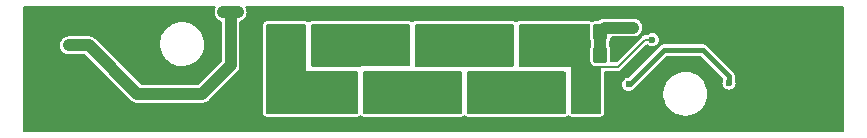
<source format=gbr>
%TF.GenerationSoftware,KiCad,Pcbnew,(5.99.0-12650-g5c402a64ab)*%
%TF.CreationDate,2021-10-08T22:01:18+02:00*%
%TF.ProjectId,mini_light,6d696e69-5f6c-4696-9768-742e6b696361,v1.1*%
%TF.SameCoordinates,Original*%
%TF.FileFunction,Copper,L2,Bot*%
%TF.FilePolarity,Positive*%
%FSLAX46Y46*%
G04 Gerber Fmt 4.6, Leading zero omitted, Abs format (unit mm)*
G04 Created by KiCad (PCBNEW (5.99.0-12650-g5c402a64ab)) date 2021-10-08 22:01:18*
%MOMM*%
%LPD*%
G01*
G04 APERTURE LIST*
G04 Aperture macros list*
%AMRoundRect*
0 Rectangle with rounded corners*
0 $1 Rounding radius*
0 $2 $3 $4 $5 $6 $7 $8 $9 X,Y pos of 4 corners*
0 Add a 4 corners polygon primitive as box body*
4,1,4,$2,$3,$4,$5,$6,$7,$8,$9,$2,$3,0*
0 Add four circle primitives for the rounded corners*
1,1,$1+$1,$2,$3*
1,1,$1+$1,$4,$5*
1,1,$1+$1,$6,$7*
1,1,$1+$1,$8,$9*
0 Add four rect primitives between the rounded corners*
20,1,$1+$1,$2,$3,$4,$5,0*
20,1,$1+$1,$4,$5,$6,$7,0*
20,1,$1+$1,$6,$7,$8,$9,0*
20,1,$1+$1,$8,$9,$2,$3,0*%
G04 Aperture macros list end*
%TA.AperFunction,SMDPad,CuDef*%
%ADD10RoundRect,0.250000X-0.350000X-0.450000X0.350000X-0.450000X0.350000X0.450000X-0.350000X0.450000X0*%
%TD*%
%TA.AperFunction,SMDPad,CuDef*%
%ADD11R,1.650000X1.440000*%
%TD*%
%TA.AperFunction,SMDPad,CuDef*%
%ADD12R,2.060000X1.800000*%
%TD*%
%TA.AperFunction,SMDPad,CuDef*%
%ADD13R,0.790000X1.440000*%
%TD*%
%TA.AperFunction,SMDPad,CuDef*%
%ADD14R,0.600000X0.500000*%
%TD*%
%TA.AperFunction,SMDPad,CuDef*%
%ADD15R,0.990000X1.800000*%
%TD*%
%TA.AperFunction,ViaPad*%
%ADD16C,1.000000*%
%TD*%
%TA.AperFunction,ViaPad*%
%ADD17C,0.600000*%
%TD*%
%TA.AperFunction,Conductor*%
%ADD18C,1.000000*%
%TD*%
%TA.AperFunction,Conductor*%
%ADD19C,0.200000*%
%TD*%
%TA.AperFunction,Conductor*%
%ADD20C,0.450000*%
%TD*%
G04 APERTURE END LIST*
D10*
%TO.P,R2,1*%
%TO.N,Net-(D2-Pad2)*%
X132200000Y-96900000D03*
%TO.P,R2,2*%
%TO.N,+12V*%
X134200000Y-96900000D03*
%TD*%
%TO.P,R3,1*%
%TO.N,Net-(D2-Pad2)*%
X132200000Y-98800000D03*
%TO.P,R3,2*%
%TO.N,+12V*%
X134200000Y-98800000D03*
%TD*%
D11*
%TO.P,D2,1,K*%
%TO.N,Net-(D2-Pad1)*%
X130270000Y-102000000D03*
D12*
X130270000Y-102000000D03*
D13*
%TO.P,D2,2,A*%
%TO.N,Net-(D2-Pad2)*%
X132250000Y-102000000D03*
D14*
X132750000Y-102000000D03*
D15*
X132250000Y-102000000D03*
%TD*%
D11*
%TO.P,D3,1,K*%
%TO.N,Net-(D3-Pad1)*%
X121470000Y-102000000D03*
D12*
X121470000Y-102000000D03*
D14*
%TO.P,D3,2,A*%
%TO.N,Net-(D2-Pad1)*%
X123950000Y-102000000D03*
D13*
X123450000Y-102000000D03*
D15*
X123450000Y-102000000D03*
%TD*%
D12*
%TO.P,D7,1,K*%
%TO.N,Net-(D4-Pad1)*%
X108270000Y-98000000D03*
D11*
X108270000Y-98000000D03*
D15*
%TO.P,D7,2,A*%
%TO.N,Net-(D6-Pad1)*%
X110250000Y-98000000D03*
D13*
X110250000Y-98000000D03*
D14*
X110750000Y-98000000D03*
%TD*%
D11*
%TO.P,D5,1,K*%
%TO.N,Net-(D5-Pad1)*%
X125870000Y-98000000D03*
D12*
X125870000Y-98000000D03*
D13*
%TO.P,D5,2,A*%
%TO.N,Net-(D2-Pad2)*%
X127850000Y-98000000D03*
D15*
X127850000Y-98000000D03*
D14*
X128350000Y-98000000D03*
%TD*%
D11*
%TO.P,D6,1,K*%
%TO.N,Net-(D6-Pad1)*%
X117070000Y-98000000D03*
D12*
X117070000Y-98000000D03*
D14*
%TO.P,D6,2,A*%
%TO.N,Net-(D5-Pad1)*%
X119550000Y-98000000D03*
D15*
X119050000Y-98000000D03*
D13*
X119050000Y-98000000D03*
%TD*%
D12*
%TO.P,D4,1,K*%
%TO.N,Net-(D4-Pad1)*%
X112670000Y-102000000D03*
D11*
X112670000Y-102000000D03*
D14*
%TO.P,D4,2,A*%
%TO.N,Net-(D3-Pad1)*%
X115150000Y-102000000D03*
D13*
X114650000Y-102000000D03*
D15*
X114650000Y-102000000D03*
%TD*%
D16*
%TO.N,+12V*%
X135800000Y-96500000D03*
X137000000Y-96500000D03*
X102300000Y-95200000D03*
X103500000Y-95200000D03*
X89200000Y-98000000D03*
X90400000Y-98000000D03*
D17*
%TO.N,GND*%
X90155000Y-104651500D03*
X100315000Y-103381500D03*
X104125000Y-102111500D03*
X137145000Y-104651500D03*
X92695000Y-95761500D03*
X104125000Y-103381500D03*
X138415000Y-103381500D03*
X149845000Y-95761500D03*
X90155000Y-100841500D03*
X92695000Y-103381500D03*
X153655000Y-98301500D03*
X149845000Y-99571500D03*
X87615000Y-102111500D03*
X99045000Y-100841500D03*
X100400000Y-100400000D03*
X137145000Y-103381500D03*
X142225000Y-104651500D03*
X145000000Y-97300000D03*
X93965000Y-95761500D03*
X104125000Y-97031500D03*
X138415000Y-102111500D03*
X148575000Y-104651500D03*
X100315000Y-95761500D03*
X147305000Y-95761500D03*
X152385000Y-100841500D03*
X149845000Y-98301500D03*
X104125000Y-99571500D03*
X153655000Y-99571500D03*
X138400000Y-100800000D03*
X151115000Y-102111500D03*
X149845000Y-102111500D03*
X152385000Y-102111500D03*
X90155000Y-103381500D03*
X86345000Y-99571500D03*
X104125000Y-98301500D03*
X91425000Y-95761500D03*
X146035000Y-103381500D03*
X87615000Y-100841500D03*
X148575000Y-103381500D03*
X95235000Y-104651500D03*
X101585000Y-103381500D03*
X143495000Y-100841500D03*
X140900000Y-99600000D03*
X96505000Y-95761500D03*
X96505000Y-99571500D03*
X145000000Y-98900000D03*
X97775000Y-100841500D03*
X152385000Y-98301500D03*
X95235000Y-95761500D03*
X97775000Y-95761500D03*
X153655000Y-100841500D03*
X143495000Y-103381500D03*
X86345000Y-100841500D03*
X152385000Y-99571500D03*
X144765000Y-103381500D03*
X92695000Y-104651500D03*
X95300000Y-103400000D03*
X144765000Y-104651500D03*
X102855000Y-102111500D03*
X149845000Y-100841500D03*
X86345000Y-98301500D03*
X104125000Y-100841500D03*
X140955000Y-104651500D03*
X142200000Y-97600000D03*
X134100000Y-105000000D03*
X102855000Y-103381500D03*
X96505000Y-98301500D03*
X135875000Y-104651500D03*
X90155000Y-99571500D03*
X134900000Y-101800000D03*
X87615000Y-98301500D03*
X97100000Y-105000000D03*
X88885000Y-99571500D03*
X101585000Y-98301500D03*
X145600000Y-95000000D03*
X149845000Y-97031500D03*
X88885000Y-100841500D03*
X151115000Y-98301500D03*
X147305000Y-103381500D03*
X93965000Y-103381500D03*
X88885000Y-102111500D03*
X93965000Y-104651500D03*
X148575000Y-95761500D03*
X87615000Y-99571500D03*
X96505000Y-100841500D03*
X91425000Y-103381500D03*
X101585000Y-97031500D03*
X151115000Y-100841500D03*
X146035000Y-104651500D03*
X138307264Y-98358757D03*
X138415000Y-104651500D03*
X101300000Y-99500000D03*
X151115000Y-99571500D03*
X149845000Y-104651500D03*
X90155000Y-95761500D03*
X139600000Y-99600000D03*
X153655000Y-102111500D03*
X96505000Y-97031500D03*
X142225000Y-99571500D03*
X143495000Y-104651500D03*
X90155000Y-102111500D03*
X149845000Y-103381500D03*
X135600000Y-100600000D03*
X139685000Y-104651500D03*
X99045000Y-103381500D03*
X147305000Y-104651500D03*
X91425000Y-104651500D03*
X135300000Y-97700000D03*
X86345000Y-102111500D03*
%TO.N,Net-(D2-Pad1)*%
X124000000Y-101400000D03*
X125400000Y-102600000D03*
X128200000Y-102600000D03*
X131000000Y-101400000D03*
X126800000Y-101400000D03*
X131000000Y-102600000D03*
X125400000Y-101400000D03*
X130300000Y-102000000D03*
X128200000Y-101400000D03*
X129600000Y-102600000D03*
X124000000Y-102600000D03*
X129600000Y-101400000D03*
X126800000Y-102600000D03*
%TO.N,Net-(D3-Pad1)*%
X118000000Y-102600000D03*
X122200000Y-102600000D03*
X120800000Y-102600000D03*
X121500000Y-102000000D03*
X120800000Y-101400000D03*
X118000000Y-101400000D03*
X115200000Y-101400000D03*
X115200000Y-102600000D03*
X116600000Y-102600000D03*
X116600000Y-101400000D03*
X119400000Y-102600000D03*
X122200000Y-101400000D03*
X119400000Y-101400000D03*
%TO.N,Net-(D2-Pad2)*%
X138600000Y-97523415D03*
%TO.N,Net-(D5-Pad1)*%
X119600000Y-98600000D03*
X126600000Y-97400000D03*
X125900000Y-98000000D03*
X123800000Y-98600000D03*
X122400000Y-98600000D03*
X119600000Y-97400000D03*
X122400000Y-97400000D03*
X125200000Y-98600000D03*
X121000000Y-98600000D03*
X126600000Y-98600000D03*
X121000000Y-97400000D03*
X125200000Y-97400000D03*
X123800000Y-97400000D03*
%TO.N,Net-(D6-Pad1)*%
X117100000Y-98000000D03*
X110800000Y-97400000D03*
X110800000Y-98600000D03*
X116400000Y-98600000D03*
X117800000Y-97400000D03*
X115000000Y-98600000D03*
X112200000Y-97400000D03*
X112200000Y-98600000D03*
X113600000Y-97400000D03*
X113600000Y-98600000D03*
X117800000Y-98600000D03*
X115000000Y-97400000D03*
X116400000Y-97400000D03*
%TO.N,Ctrl*%
X136600000Y-101300000D03*
X145100000Y-101200000D03*
%TO.N,Net-(D4-Pad1)*%
X112000000Y-102600000D03*
X109000000Y-98600000D03*
X112000000Y-101400000D03*
X107800000Y-102600000D03*
X112700000Y-102000000D03*
X110600000Y-102600000D03*
X107600000Y-100000000D03*
X109200000Y-101400000D03*
X113400000Y-101400000D03*
X109200000Y-102600000D03*
X113400000Y-102600000D03*
X107600000Y-97400000D03*
X109000000Y-97400000D03*
X110600000Y-101400000D03*
X109000000Y-100000000D03*
X107800000Y-101400000D03*
X107600000Y-98600000D03*
X108300000Y-98000000D03*
%TD*%
D18*
%TO.N,+12V*%
X100500000Y-102100000D02*
X102900000Y-99700000D01*
X95000000Y-102100000D02*
X100500000Y-102100000D01*
X102300000Y-95200000D02*
X103500000Y-95200000D01*
X90900000Y-98000000D02*
X95000000Y-102100000D01*
X102900000Y-99700000D02*
X102900000Y-95200000D01*
X134200000Y-96900000D02*
X134600000Y-96500000D01*
X89200000Y-98000000D02*
X90900000Y-98000000D01*
X134600000Y-96500000D02*
X137000000Y-96500000D01*
X134200000Y-98800000D02*
X134200000Y-96900000D01*
D19*
%TO.N,Net-(D2-Pad2)*%
X133199520Y-99799520D02*
X132200000Y-98800000D01*
X135700480Y-99799520D02*
X133199520Y-99799520D01*
X138600000Y-97523415D02*
X137976585Y-97523415D01*
X137976585Y-97523415D02*
X135700480Y-99799520D01*
D20*
%TO.N,Ctrl*%
X136700000Y-101300000D02*
X139600000Y-98400000D01*
X145100000Y-100600000D02*
X145100000Y-101200000D01*
X136600000Y-101300000D02*
X136700000Y-101300000D01*
X142900000Y-98400000D02*
X145100000Y-100600000D01*
X139600000Y-98400000D02*
X142900000Y-98400000D01*
%TD*%
%TA.AperFunction,Conductor*%
%TO.N,GND*%
G36*
X101591234Y-94674002D02*
G01*
X101637727Y-94727658D01*
X101647831Y-94797932D01*
X101629024Y-94848256D01*
X101619909Y-94862400D01*
X101617499Y-94869021D01*
X101616626Y-94870780D01*
X101608230Y-94888725D01*
X101603368Y-94897096D01*
X101601245Y-94904104D01*
X101601245Y-94904105D01*
X101584979Y-94957811D01*
X101582796Y-94964365D01*
X101562015Y-95021463D01*
X101561132Y-95028454D01*
X101560710Y-95031794D01*
X101556296Y-95052516D01*
X101554491Y-95058475D01*
X101554490Y-95058479D01*
X101552370Y-95065480D01*
X101550585Y-95094264D01*
X101548678Y-95125004D01*
X101547928Y-95132980D01*
X101540800Y-95189399D01*
X101541488Y-95196414D01*
X101542194Y-95203619D01*
X101542553Y-95223715D01*
X101541929Y-95233767D01*
X101541929Y-95233773D01*
X101541476Y-95241080D01*
X101550931Y-95296108D01*
X101552147Y-95305127D01*
X101557318Y-95357862D01*
X101563052Y-95375098D01*
X101567671Y-95393524D01*
X101571271Y-95414477D01*
X101574134Y-95421206D01*
X101574135Y-95421209D01*
X101591636Y-95462338D01*
X101595251Y-95471893D01*
X101610748Y-95518479D01*
X101622161Y-95537323D01*
X101630319Y-95553250D01*
X101640156Y-95576368D01*
X101644495Y-95582264D01*
X101668713Y-95615173D01*
X101675007Y-95624583D01*
X101693453Y-95655040D01*
X101698435Y-95663267D01*
X101703326Y-95668332D01*
X101703327Y-95668333D01*
X101716418Y-95681889D01*
X101727262Y-95694733D01*
X101744437Y-95718071D01*
X101750021Y-95722815D01*
X101778236Y-95746786D01*
X101787292Y-95755282D01*
X101811127Y-95779964D01*
X101811131Y-95779967D01*
X101816021Y-95785031D01*
X101840923Y-95801326D01*
X101853505Y-95810731D01*
X101872941Y-95827243D01*
X101872945Y-95827246D01*
X101878520Y-95831982D01*
X101907549Y-95846805D01*
X101914601Y-95850406D01*
X101926293Y-95857191D01*
X101957660Y-95877717D01*
X101964260Y-95880171D01*
X101964261Y-95880172D01*
X101989172Y-95889436D01*
X102002556Y-95895318D01*
X102028687Y-95908662D01*
X102028693Y-95908664D01*
X102035212Y-95911993D01*
X102049449Y-95915477D01*
X102110861Y-95951094D01*
X102143270Y-96014262D01*
X102145500Y-96037865D01*
X102145500Y-99335286D01*
X102125498Y-99403407D01*
X102108595Y-99424381D01*
X100224381Y-101308595D01*
X100162069Y-101342621D01*
X100135286Y-101345500D01*
X95364714Y-101345500D01*
X95296593Y-101325498D01*
X95275619Y-101308595D01*
X91808624Y-97841600D01*
X96941680Y-97841600D01*
X96941855Y-97846052D01*
X96951792Y-98098948D01*
X96951991Y-98104022D01*
X96952791Y-98108402D01*
X96978360Y-98248403D01*
X96999174Y-98362373D01*
X97018313Y-98419740D01*
X97063534Y-98555282D01*
X97082289Y-98611499D01*
X97084282Y-98615487D01*
X97161484Y-98769992D01*
X97199677Y-98846429D01*
X97348995Y-99062474D01*
X97352011Y-99065736D01*
X97352016Y-99065743D01*
X97524249Y-99252063D01*
X97524254Y-99252067D01*
X97527265Y-99255325D01*
X97730929Y-99421134D01*
X97734747Y-99423433D01*
X97734749Y-99423434D01*
X97886827Y-99514992D01*
X97955924Y-99556592D01*
X98068947Y-99604451D01*
X98193663Y-99657262D01*
X98193666Y-99657263D01*
X98197761Y-99658997D01*
X98202053Y-99660135D01*
X98202056Y-99660136D01*
X98447317Y-99725166D01*
X98447321Y-99725167D01*
X98451614Y-99726305D01*
X98456023Y-99726827D01*
X98456029Y-99726828D01*
X98626509Y-99747005D01*
X98712418Y-99757173D01*
X98974970Y-99750986D01*
X99055543Y-99737575D01*
X99229640Y-99708597D01*
X99229644Y-99708596D01*
X99234030Y-99707866D01*
X99238271Y-99706525D01*
X99238274Y-99706524D01*
X99480185Y-99630018D01*
X99480187Y-99630017D01*
X99484431Y-99628675D01*
X99488442Y-99626749D01*
X99488447Y-99626747D01*
X99717156Y-99516922D01*
X99717157Y-99516921D01*
X99721175Y-99514992D01*
X99856783Y-99424381D01*
X99935831Y-99371563D01*
X99935835Y-99371560D01*
X99939539Y-99369085D01*
X99942856Y-99366114D01*
X99942860Y-99366111D01*
X100131849Y-99196839D01*
X100131850Y-99196838D01*
X100135167Y-99193867D01*
X100304154Y-98992832D01*
X100443130Y-98769992D01*
X100447943Y-98759107D01*
X100547522Y-98533861D01*
X100549320Y-98529794D01*
X100620607Y-98277030D01*
X100643682Y-98105236D01*
X100655141Y-98019924D01*
X100655142Y-98019916D01*
X100655568Y-98016742D01*
X100655891Y-98006458D01*
X100659136Y-97903222D01*
X100659136Y-97903217D01*
X100659237Y-97900000D01*
X100640689Y-97638031D01*
X100636372Y-97617977D01*
X100586350Y-97385636D01*
X100586350Y-97385634D01*
X100585414Y-97381289D01*
X100494515Y-97134897D01*
X100369806Y-96903771D01*
X100213775Y-96692522D01*
X100203268Y-96681848D01*
X100032666Y-96508547D01*
X100029535Y-96505366D01*
X99820764Y-96346036D01*
X99739263Y-96300393D01*
X99595516Y-96219891D01*
X99595515Y-96219891D01*
X99591625Y-96217712D01*
X99587466Y-96216103D01*
X99350846Y-96124561D01*
X99350840Y-96124559D01*
X99346691Y-96122954D01*
X99342359Y-96121950D01*
X99342356Y-96121949D01*
X99237747Y-96097702D01*
X99090849Y-96063653D01*
X98829204Y-96040992D01*
X98824769Y-96041236D01*
X98824765Y-96041236D01*
X98571419Y-96055179D01*
X98571412Y-96055180D01*
X98566976Y-96055424D01*
X98309397Y-96106659D01*
X98061608Y-96193677D01*
X98057657Y-96195730D01*
X98057651Y-96195732D01*
X97832501Y-96312688D01*
X97828551Y-96314740D01*
X97824936Y-96317323D01*
X97824930Y-96317327D01*
X97689866Y-96413846D01*
X97614878Y-96467433D01*
X97424851Y-96648710D01*
X97422095Y-96652206D01*
X97422094Y-96652207D01*
X97353047Y-96739793D01*
X97262261Y-96854954D01*
X97207804Y-96948709D01*
X97132588Y-97078202D01*
X97132585Y-97078208D01*
X97130354Y-97082049D01*
X97128684Y-97086172D01*
X97033563Y-97321016D01*
X97031761Y-97325464D01*
X97030690Y-97329777D01*
X97030688Y-97329782D01*
X97001345Y-97447911D01*
X96968448Y-97580343D01*
X96941680Y-97841600D01*
X91808624Y-97841600D01*
X91480724Y-97513700D01*
X91468337Y-97499287D01*
X91459904Y-97487828D01*
X91455563Y-97481929D01*
X91415521Y-97447911D01*
X91408005Y-97440981D01*
X91402362Y-97435338D01*
X91380202Y-97417806D01*
X91376816Y-97415030D01*
X91356484Y-97397756D01*
X91321480Y-97368018D01*
X91314960Y-97364689D01*
X91309982Y-97361369D01*
X91304909Y-97358236D01*
X91299167Y-97353693D01*
X91233383Y-97322947D01*
X91229433Y-97321016D01*
X91171307Y-97291336D01*
X91164788Y-97288007D01*
X91157678Y-97286267D01*
X91152058Y-97284177D01*
X91146407Y-97282297D01*
X91139778Y-97279199D01*
X91132614Y-97277709D01*
X91132611Y-97277708D01*
X91075770Y-97265886D01*
X91068686Y-97264413D01*
X91064427Y-97263449D01*
X90993892Y-97246189D01*
X90988295Y-97245842D01*
X90988290Y-97245841D01*
X90982786Y-97245500D01*
X90982788Y-97245466D01*
X90978729Y-97245223D01*
X90974695Y-97244863D01*
X90967527Y-97243372D01*
X90952708Y-97243773D01*
X90890585Y-97245454D01*
X90887177Y-97245500D01*
X90452667Y-97245500D01*
X90437748Y-97244614D01*
X90427332Y-97243372D01*
X90405301Y-97240745D01*
X90398298Y-97241481D01*
X90398297Y-97241481D01*
X90366623Y-97244810D01*
X90353453Y-97245500D01*
X89252667Y-97245500D01*
X89237748Y-97244614D01*
X89227332Y-97243372D01*
X89205301Y-97240745D01*
X89198298Y-97241481D01*
X89198295Y-97241481D01*
X89163537Y-97245134D01*
X89159054Y-97245500D01*
X89155947Y-97245500D01*
X89152301Y-97245925D01*
X89152302Y-97245925D01*
X89119079Y-97249798D01*
X89117659Y-97249956D01*
X89043959Y-97257702D01*
X89043958Y-97257702D01*
X89036957Y-97258438D01*
X89033092Y-97259753D01*
X89032512Y-97259890D01*
X89025246Y-97260738D01*
X88951635Y-97287458D01*
X88949252Y-97288295D01*
X88876717Y-97312988D01*
X88871772Y-97316030D01*
X88868517Y-97317383D01*
X88866742Y-97318272D01*
X88859866Y-97320768D01*
X88797940Y-97361369D01*
X88797395Y-97361726D01*
X88794332Y-97363671D01*
X88738545Y-97397991D01*
X88738538Y-97397996D01*
X88732544Y-97401684D01*
X88727515Y-97406608D01*
X88724206Y-97409194D01*
X88720451Y-97411884D01*
X88718849Y-97413223D01*
X88712732Y-97417234D01*
X88707699Y-97422546D01*
X88707700Y-97422546D01*
X88663902Y-97468780D01*
X88660587Y-97472150D01*
X88618158Y-97513700D01*
X88611605Y-97520117D01*
X88607787Y-97526042D01*
X88603337Y-97531498D01*
X88603123Y-97531323D01*
X88600418Y-97534770D01*
X88596771Y-97539646D01*
X88591736Y-97544960D01*
X88588059Y-97551290D01*
X88588057Y-97551293D01*
X88557976Y-97603081D01*
X88554935Y-97608050D01*
X88519909Y-97662400D01*
X88517499Y-97669021D01*
X88516626Y-97670780D01*
X88508230Y-97688725D01*
X88503368Y-97697096D01*
X88501245Y-97704104D01*
X88501245Y-97704105D01*
X88484979Y-97757811D01*
X88482796Y-97764365D01*
X88462015Y-97821463D01*
X88461132Y-97828454D01*
X88460710Y-97831794D01*
X88456296Y-97852516D01*
X88454491Y-97858475D01*
X88454490Y-97858479D01*
X88452370Y-97865480D01*
X88448829Y-97922575D01*
X88448678Y-97925004D01*
X88447928Y-97932980D01*
X88440800Y-97989399D01*
X88441488Y-97996414D01*
X88442194Y-98003619D01*
X88442553Y-98023715D01*
X88441929Y-98033767D01*
X88441929Y-98033773D01*
X88441476Y-98041080D01*
X88450931Y-98096108D01*
X88452147Y-98105127D01*
X88457318Y-98157862D01*
X88463052Y-98175098D01*
X88467671Y-98193524D01*
X88471271Y-98214477D01*
X88474134Y-98221206D01*
X88474135Y-98221209D01*
X88491636Y-98262338D01*
X88495251Y-98271893D01*
X88510748Y-98318479D01*
X88522161Y-98337323D01*
X88530319Y-98353250D01*
X88540156Y-98376368D01*
X88544495Y-98382264D01*
X88568713Y-98415173D01*
X88575007Y-98424583D01*
X88598435Y-98463267D01*
X88603326Y-98468332D01*
X88603327Y-98468333D01*
X88616418Y-98481889D01*
X88627262Y-98494733D01*
X88644437Y-98518071D01*
X88650021Y-98522815D01*
X88678236Y-98546786D01*
X88687292Y-98555282D01*
X88711127Y-98579964D01*
X88711131Y-98579967D01*
X88716021Y-98585031D01*
X88740923Y-98601326D01*
X88753505Y-98610731D01*
X88772941Y-98627243D01*
X88772945Y-98627246D01*
X88778520Y-98631982D01*
X88785034Y-98635308D01*
X88814601Y-98650406D01*
X88826293Y-98657191D01*
X88857660Y-98677717D01*
X88864260Y-98680171D01*
X88864261Y-98680172D01*
X88889172Y-98689436D01*
X88902556Y-98695318D01*
X88928687Y-98708662D01*
X88928693Y-98708664D01*
X88935212Y-98711993D01*
X88970842Y-98720711D01*
X88984791Y-98724996D01*
X89016315Y-98736720D01*
X89040859Y-98739995D01*
X89053472Y-98741678D01*
X89066754Y-98744182D01*
X89100651Y-98752476D01*
X89100655Y-98752477D01*
X89106108Y-98753811D01*
X89111705Y-98754158D01*
X89111710Y-98754159D01*
X89115275Y-98754380D01*
X89115284Y-98754380D01*
X89117214Y-98754500D01*
X89141204Y-98754500D01*
X89157868Y-98755607D01*
X89177118Y-98758176D01*
X89177122Y-98758176D01*
X89184099Y-98759107D01*
X89191110Y-98758469D01*
X89191114Y-98758469D01*
X89229020Y-98755019D01*
X89240439Y-98754500D01*
X90341204Y-98754500D01*
X90357868Y-98755607D01*
X90377118Y-98758176D01*
X90377122Y-98758176D01*
X90384099Y-98759107D01*
X90391110Y-98758469D01*
X90391114Y-98758469D01*
X90429020Y-98755019D01*
X90440439Y-98754500D01*
X90535285Y-98754500D01*
X90603406Y-98774502D01*
X90624380Y-98791405D01*
X94419279Y-102586304D01*
X94431666Y-102600716D01*
X94444437Y-102618071D01*
X94453369Y-102625659D01*
X94484472Y-102652083D01*
X94491988Y-102659013D01*
X94497638Y-102664663D01*
X94500507Y-102666933D01*
X94500515Y-102666940D01*
X94519786Y-102682186D01*
X94523186Y-102684973D01*
X94535819Y-102695705D01*
X94578520Y-102731982D01*
X94585036Y-102735309D01*
X94590004Y-102738622D01*
X94595090Y-102741763D01*
X94600833Y-102746307D01*
X94607467Y-102749407D01*
X94607466Y-102749407D01*
X94666617Y-102777053D01*
X94670567Y-102778984D01*
X94735212Y-102811993D01*
X94742322Y-102813733D01*
X94747934Y-102815820D01*
X94753591Y-102817702D01*
X94760222Y-102820801D01*
X94767387Y-102822291D01*
X94767389Y-102822292D01*
X94831328Y-102835591D01*
X94835612Y-102836561D01*
X94906108Y-102853811D01*
X94911710Y-102854159D01*
X94911713Y-102854159D01*
X94917214Y-102854500D01*
X94917212Y-102854534D01*
X94921250Y-102854777D01*
X94925311Y-102855139D01*
X94932473Y-102856629D01*
X95009452Y-102854546D01*
X95012860Y-102854500D01*
X100433235Y-102854500D01*
X100452185Y-102855933D01*
X100466255Y-102858074D01*
X100466259Y-102858074D01*
X100473489Y-102859174D01*
X100480780Y-102858581D01*
X100480783Y-102858581D01*
X100525848Y-102854915D01*
X100536063Y-102854500D01*
X100544053Y-102854500D01*
X100551302Y-102853655D01*
X100572113Y-102851229D01*
X100576487Y-102850796D01*
X100641549Y-102845504D01*
X100641552Y-102845503D01*
X100648847Y-102844910D01*
X100655809Y-102842655D01*
X100661677Y-102841482D01*
X100667484Y-102840110D01*
X100674754Y-102839262D01*
X100743060Y-102814468D01*
X100747163Y-102813060D01*
X100816222Y-102790688D01*
X100822479Y-102786891D01*
X100827926Y-102784398D01*
X100833254Y-102781730D01*
X100840134Y-102779232D01*
X100900849Y-102739426D01*
X100904559Y-102737085D01*
X100961838Y-102702327D01*
X100961840Y-102702325D01*
X100966633Y-102699417D01*
X100974974Y-102692051D01*
X100974996Y-102692076D01*
X100978041Y-102689376D01*
X100981146Y-102686780D01*
X100987268Y-102682766D01*
X101040216Y-102626873D01*
X101042593Y-102624432D01*
X103386304Y-100280721D01*
X103400717Y-100268334D01*
X103412172Y-100259904D01*
X103418071Y-100255563D01*
X103452083Y-100215528D01*
X103459013Y-100208012D01*
X103464663Y-100202362D01*
X103466933Y-100199493D01*
X103466940Y-100199485D01*
X103482186Y-100180214D01*
X103484973Y-100176814D01*
X103527247Y-100127054D01*
X103527248Y-100127052D01*
X103531982Y-100121480D01*
X103535309Y-100114964D01*
X103538622Y-100109996D01*
X103541763Y-100104910D01*
X103546307Y-100099167D01*
X103577053Y-100033383D01*
X103578984Y-100029433D01*
X103608664Y-99971307D01*
X103611993Y-99964788D01*
X103613733Y-99957678D01*
X103615820Y-99952066D01*
X103617702Y-99946409D01*
X103620801Y-99939778D01*
X103635592Y-99868667D01*
X103636562Y-99864383D01*
X103652476Y-99799346D01*
X103653811Y-99793892D01*
X103654500Y-99782786D01*
X103654534Y-99782788D01*
X103654777Y-99778750D01*
X103655139Y-99774689D01*
X103656629Y-99767527D01*
X103654546Y-99690548D01*
X103654500Y-99687140D01*
X103654500Y-96034922D01*
X103674502Y-95966801D01*
X103728158Y-95920308D01*
X103737509Y-95916483D01*
X103742906Y-95914524D01*
X103746961Y-95913130D01*
X103806960Y-95893635D01*
X103806963Y-95893634D01*
X103813659Y-95891458D01*
X103819708Y-95887852D01*
X103826123Y-95884942D01*
X103826307Y-95885348D01*
X103826766Y-95885130D01*
X103826706Y-95885009D01*
X103833259Y-95881728D01*
X103840134Y-95879232D01*
X103846251Y-95875221D01*
X103846258Y-95875218D01*
X103897630Y-95841537D01*
X103902196Y-95838681D01*
X103952995Y-95808398D01*
X103953000Y-95808394D01*
X103959056Y-95804784D01*
X103964163Y-95799920D01*
X103969765Y-95795668D01*
X103969787Y-95795697D01*
X103980465Y-95787226D01*
X103981151Y-95786777D01*
X103981154Y-95786774D01*
X103987268Y-95782766D01*
X103992296Y-95777458D01*
X103992300Y-95777455D01*
X104031943Y-95735606D01*
X104036524Y-95731013D01*
X104045133Y-95722815D01*
X104081638Y-95688052D01*
X104086543Y-95680669D01*
X104100014Y-95663749D01*
X104103228Y-95660356D01*
X104108264Y-95655040D01*
X104138984Y-95602152D01*
X104142990Y-95595711D01*
X104171414Y-95552930D01*
X104171418Y-95552923D01*
X104175311Y-95547063D01*
X104179833Y-95535159D01*
X104188665Y-95516621D01*
X104192955Y-95509235D01*
X104192956Y-95509233D01*
X104196632Y-95502904D01*
X104213265Y-95447985D01*
X104216051Y-95439815D01*
X104235420Y-95388824D01*
X104236400Y-95381854D01*
X104236401Y-95381848D01*
X104237731Y-95372380D01*
X104241912Y-95353397D01*
X104247630Y-95334520D01*
X104249453Y-95305135D01*
X104250945Y-95281093D01*
X104251929Y-95271361D01*
X104258426Y-95225126D01*
X104258978Y-95221200D01*
X104259274Y-95200000D01*
X104258373Y-95191967D01*
X104257829Y-95170118D01*
X104258524Y-95158920D01*
X104248039Y-95097901D01*
X104247004Y-95090608D01*
X104241191Y-95038783D01*
X104240406Y-95031784D01*
X104236469Y-95020479D01*
X104231284Y-95000393D01*
X104229968Y-94992734D01*
X104228729Y-94985523D01*
X104205972Y-94932042D01*
X104202927Y-94924158D01*
X104187056Y-94878584D01*
X104187054Y-94878580D01*
X104184738Y-94871929D01*
X104178784Y-94862400D01*
X104176349Y-94858502D01*
X104167265Y-94841072D01*
X104162271Y-94829336D01*
X104154004Y-94758822D01*
X104185171Y-94695032D01*
X104245878Y-94658219D01*
X104278211Y-94654000D01*
X154720000Y-94654000D01*
X154788121Y-94674002D01*
X154834614Y-94727658D01*
X154846000Y-94780000D01*
X154846000Y-105220000D01*
X154825998Y-105288121D01*
X154772342Y-105334614D01*
X154720000Y-105346000D01*
X85480000Y-105346000D01*
X85411879Y-105325998D01*
X85365386Y-105272342D01*
X85354000Y-105220000D01*
X85354000Y-103674000D01*
X105646000Y-103674000D01*
X105646360Y-103677347D01*
X105646360Y-103677351D01*
X105650407Y-103714992D01*
X105651804Y-103727990D01*
X105652522Y-103731290D01*
X105652522Y-103731291D01*
X105656567Y-103749884D01*
X105663190Y-103780332D01*
X105670384Y-103806555D01*
X105681882Y-103826747D01*
X105716362Y-103887298D01*
X105716365Y-103887302D01*
X105719425Y-103892676D01*
X105732587Y-103907866D01*
X105761604Y-103941353D01*
X105765918Y-103946332D01*
X105798502Y-103977773D01*
X105886319Y-104023709D01*
X105954440Y-104043711D01*
X105958899Y-104044352D01*
X105958903Y-104044353D01*
X105980639Y-104047478D01*
X106026000Y-104054000D01*
X113574000Y-104054000D01*
X113577347Y-104053640D01*
X113577351Y-104053640D01*
X113624626Y-104048558D01*
X113624633Y-104048557D01*
X113627990Y-104048196D01*
X113631291Y-104047478D01*
X113678678Y-104037170D01*
X113678685Y-104037168D01*
X113680332Y-104036810D01*
X113706555Y-104029616D01*
X113747320Y-104006403D01*
X113787298Y-103983638D01*
X113787302Y-103983635D01*
X113792676Y-103980575D01*
X113797351Y-103976524D01*
X113797354Y-103976522D01*
X113815566Y-103960741D01*
X113880147Y-103931248D01*
X113950421Y-103941353D01*
X113985568Y-103965293D01*
X113992019Y-103971518D01*
X113992021Y-103971520D01*
X113998502Y-103977773D01*
X114086319Y-104023709D01*
X114154440Y-104043711D01*
X114158899Y-104044352D01*
X114158903Y-104044353D01*
X114180639Y-104047478D01*
X114226000Y-104054000D01*
X122374000Y-104054000D01*
X122377347Y-104053640D01*
X122377351Y-104053640D01*
X122424626Y-104048558D01*
X122424633Y-104048557D01*
X122427990Y-104048196D01*
X122431291Y-104047478D01*
X122478678Y-104037170D01*
X122478685Y-104037168D01*
X122480332Y-104036810D01*
X122506555Y-104029616D01*
X122547320Y-104006403D01*
X122587298Y-103983638D01*
X122587302Y-103983635D01*
X122592676Y-103980575D01*
X122597351Y-103976524D01*
X122597354Y-103976522D01*
X122615566Y-103960741D01*
X122680147Y-103931248D01*
X122750421Y-103941353D01*
X122785568Y-103965293D01*
X122792019Y-103971518D01*
X122792021Y-103971520D01*
X122798502Y-103977773D01*
X122886319Y-104023709D01*
X122954440Y-104043711D01*
X122958899Y-104044352D01*
X122958903Y-104044353D01*
X122980639Y-104047478D01*
X123026000Y-104054000D01*
X131174000Y-104054000D01*
X131177347Y-104053640D01*
X131177351Y-104053640D01*
X131224626Y-104048558D01*
X131224633Y-104048557D01*
X131227990Y-104048196D01*
X131231291Y-104047478D01*
X131278678Y-104037170D01*
X131278685Y-104037168D01*
X131280332Y-104036810D01*
X131306555Y-104029616D01*
X131347320Y-104006403D01*
X131387298Y-103983638D01*
X131387302Y-103983635D01*
X131392676Y-103980575D01*
X131397351Y-103976524D01*
X131397354Y-103976522D01*
X131415566Y-103960741D01*
X131480147Y-103931248D01*
X131550421Y-103941353D01*
X131585568Y-103965293D01*
X131592019Y-103971518D01*
X131592021Y-103971520D01*
X131598502Y-103977773D01*
X131686319Y-104023709D01*
X131754440Y-104043711D01*
X131758899Y-104044352D01*
X131758903Y-104044353D01*
X131780639Y-104047478D01*
X131826000Y-104054000D01*
X134174000Y-104054000D01*
X134177347Y-104053640D01*
X134177351Y-104053640D01*
X134224626Y-104048558D01*
X134224633Y-104048557D01*
X134227990Y-104048196D01*
X134231291Y-104047478D01*
X134278678Y-104037170D01*
X134278685Y-104037168D01*
X134280332Y-104036810D01*
X134306555Y-104029616D01*
X134347320Y-104006403D01*
X134387298Y-103983638D01*
X134387302Y-103983635D01*
X134392676Y-103980575D01*
X134420287Y-103956650D01*
X134444209Y-103935922D01*
X134444214Y-103935917D01*
X134446332Y-103934082D01*
X134477773Y-103901498D01*
X134523709Y-103813681D01*
X134543711Y-103745560D01*
X134554000Y-103674000D01*
X134554000Y-102041600D01*
X139541680Y-102041600D01*
X139551991Y-102304022D01*
X139599174Y-102562373D01*
X139600583Y-102566596D01*
X139657463Y-102737085D01*
X139682289Y-102811499D01*
X139704740Y-102856431D01*
X139761484Y-102969992D01*
X139799677Y-103046429D01*
X139948995Y-103262474D01*
X139952011Y-103265736D01*
X139952016Y-103265743D01*
X140124249Y-103452063D01*
X140124254Y-103452067D01*
X140127265Y-103455325D01*
X140330929Y-103621134D01*
X140334747Y-103623433D01*
X140334749Y-103623434D01*
X140502829Y-103724626D01*
X140555924Y-103756592D01*
X140608082Y-103778678D01*
X140793663Y-103857262D01*
X140793666Y-103857263D01*
X140797761Y-103858997D01*
X140802053Y-103860135D01*
X140802056Y-103860136D01*
X141047317Y-103925166D01*
X141047321Y-103925167D01*
X141051614Y-103926305D01*
X141056023Y-103926827D01*
X141056029Y-103926828D01*
X141202885Y-103944209D01*
X141312418Y-103957173D01*
X141574970Y-103950986D01*
X141665473Y-103935922D01*
X141829640Y-103908597D01*
X141829644Y-103908596D01*
X141834030Y-103907866D01*
X141838271Y-103906525D01*
X141838274Y-103906524D01*
X142080185Y-103830018D01*
X142080187Y-103830017D01*
X142084431Y-103828675D01*
X142088442Y-103826749D01*
X142088447Y-103826747D01*
X142317156Y-103716922D01*
X142317157Y-103716921D01*
X142321175Y-103714992D01*
X142430984Y-103641620D01*
X142535831Y-103571563D01*
X142535835Y-103571560D01*
X142539539Y-103569085D01*
X142542856Y-103566114D01*
X142542860Y-103566111D01*
X142731849Y-103396839D01*
X142731850Y-103396838D01*
X142735167Y-103393867D01*
X142904154Y-103192832D01*
X143043130Y-102969992D01*
X143094189Y-102854500D01*
X143147522Y-102733861D01*
X143149320Y-102729794D01*
X143220607Y-102477030D01*
X143243845Y-102304022D01*
X143255141Y-102219924D01*
X143255142Y-102219916D01*
X143255568Y-102216742D01*
X143259237Y-102100000D01*
X143240689Y-101838031D01*
X143228051Y-101779327D01*
X143186350Y-101585636D01*
X143186350Y-101585634D01*
X143185414Y-101581289D01*
X143094515Y-101334897D01*
X142969806Y-101103771D01*
X142813775Y-100892522D01*
X142804966Y-100883573D01*
X142670866Y-100747351D01*
X142629535Y-100705366D01*
X142420764Y-100546036D01*
X142361217Y-100512688D01*
X142195516Y-100419891D01*
X142195515Y-100419891D01*
X142191625Y-100417712D01*
X142182800Y-100414298D01*
X141950846Y-100324561D01*
X141950840Y-100324559D01*
X141946691Y-100322954D01*
X141942359Y-100321950D01*
X141942356Y-100321949D01*
X141764485Y-100280721D01*
X141690849Y-100263653D01*
X141429204Y-100240992D01*
X141424769Y-100241236D01*
X141424765Y-100241236D01*
X141171419Y-100255179D01*
X141171412Y-100255180D01*
X141166976Y-100255424D01*
X140909397Y-100306659D01*
X140661608Y-100393677D01*
X140657657Y-100395730D01*
X140657651Y-100395732D01*
X140481050Y-100487469D01*
X140428551Y-100514740D01*
X140424936Y-100517323D01*
X140424930Y-100517327D01*
X140351155Y-100570048D01*
X140214878Y-100667433D01*
X140024851Y-100848710D01*
X140022095Y-100852206D01*
X140022094Y-100852207D01*
X139984809Y-100899503D01*
X139862261Y-101054954D01*
X139808436Y-101147620D01*
X139732588Y-101278202D01*
X139732585Y-101278208D01*
X139730354Y-101282049D01*
X139728684Y-101286172D01*
X139667768Y-101436568D01*
X139631761Y-101525464D01*
X139630690Y-101529777D01*
X139630688Y-101529782D01*
X139602045Y-101645091D01*
X139568448Y-101780343D01*
X139541680Y-102041600D01*
X134554000Y-102041600D01*
X134554000Y-101300000D01*
X136040715Y-101300000D01*
X136059772Y-101444754D01*
X136062931Y-101452380D01*
X136093204Y-101525464D01*
X136115645Y-101579642D01*
X136204526Y-101695474D01*
X136211076Y-101700500D01*
X136211079Y-101700503D01*
X136313804Y-101779327D01*
X136320357Y-101784355D01*
X136455246Y-101840228D01*
X136463434Y-101841306D01*
X136527623Y-101849757D01*
X136600000Y-101859285D01*
X136608188Y-101858207D01*
X136736566Y-101841306D01*
X136744754Y-101840228D01*
X136879643Y-101784355D01*
X136886196Y-101779327D01*
X136988921Y-101700503D01*
X136988924Y-101700500D01*
X136995474Y-101695474D01*
X137026242Y-101655375D01*
X137043957Y-101636627D01*
X137044311Y-101636322D01*
X137065049Y-101618453D01*
X137069928Y-101610925D01*
X137075834Y-101604156D01*
X137075901Y-101604215D01*
X137084381Y-101593734D01*
X139761711Y-98916405D01*
X139824023Y-98882379D01*
X139850806Y-98879500D01*
X142649195Y-98879500D01*
X142717316Y-98899502D01*
X142738290Y-98916405D01*
X144583595Y-100761710D01*
X144617621Y-100824022D01*
X144620500Y-100850805D01*
X144620500Y-100883573D01*
X144610909Y-100931791D01*
X144559772Y-101055246D01*
X144558695Y-101063430D01*
X144558694Y-101063432D01*
X144552868Y-101107687D01*
X144540715Y-101200000D01*
X144541793Y-101208188D01*
X144557959Y-101330979D01*
X144559772Y-101344754D01*
X144562931Y-101352380D01*
X144604353Y-101452380D01*
X144615645Y-101479642D01*
X144654119Y-101529782D01*
X144692378Y-101579642D01*
X144704526Y-101595474D01*
X144711076Y-101600500D01*
X144711079Y-101600503D01*
X144782591Y-101655376D01*
X144820357Y-101684355D01*
X144955246Y-101740228D01*
X145100000Y-101759285D01*
X145108188Y-101758207D01*
X145236566Y-101741306D01*
X145244754Y-101740228D01*
X145379643Y-101684355D01*
X145417409Y-101655376D01*
X145488921Y-101600503D01*
X145488924Y-101600500D01*
X145495474Y-101595474D01*
X145507623Y-101579642D01*
X145545881Y-101529782D01*
X145584355Y-101479642D01*
X145595648Y-101452380D01*
X145637069Y-101352380D01*
X145640228Y-101344754D01*
X145642042Y-101330979D01*
X145658207Y-101208188D01*
X145659285Y-101200000D01*
X145647132Y-101107687D01*
X145641306Y-101063432D01*
X145641305Y-101063430D01*
X145640228Y-101055246D01*
X145589091Y-100931791D01*
X145579500Y-100883573D01*
X145579500Y-100667825D01*
X145580754Y-100656600D01*
X145580170Y-100656553D01*
X145580890Y-100647607D01*
X145582871Y-100638851D01*
X145579742Y-100588416D01*
X145579500Y-100580615D01*
X145579500Y-100565569D01*
X145578143Y-100556092D01*
X145577113Y-100546037D01*
X145574922Y-100510726D01*
X145574366Y-100501764D01*
X145571318Y-100493320D01*
X145570106Y-100487469D01*
X145567908Y-100478656D01*
X145566232Y-100472923D01*
X145564959Y-100464036D01*
X145546598Y-100423654D01*
X145542800Y-100414325D01*
X145527728Y-100372573D01*
X145522433Y-100365325D01*
X145519646Y-100360083D01*
X145515046Y-100352211D01*
X145511826Y-100347176D01*
X145508110Y-100339003D01*
X145493416Y-100321949D01*
X145479161Y-100305405D01*
X145472879Y-100297494D01*
X145468346Y-100291290D01*
X145468344Y-100291288D01*
X145465473Y-100287358D01*
X145455317Y-100277202D01*
X145448959Y-100270355D01*
X145424310Y-100241748D01*
X145424309Y-100241747D01*
X145418453Y-100234951D01*
X145410926Y-100230072D01*
X145404156Y-100224166D01*
X145404215Y-100224099D01*
X145393734Y-100215619D01*
X143287019Y-98108904D01*
X143279968Y-98100079D01*
X143279521Y-98100459D01*
X143273703Y-98093623D01*
X143268913Y-98086031D01*
X143231027Y-98052571D01*
X143225340Y-98047225D01*
X143214711Y-98036596D01*
X143209836Y-98032942D01*
X143207048Y-98030852D01*
X143199217Y-98024476D01*
X143172693Y-98001052D01*
X143165964Y-97995109D01*
X143157836Y-97991293D01*
X143152858Y-97988023D01*
X143145035Y-97983322D01*
X143139816Y-97980465D01*
X143132635Y-97975083D01*
X143091100Y-97959512D01*
X143081799Y-97955593D01*
X143041634Y-97936736D01*
X143032767Y-97935355D01*
X143027091Y-97933620D01*
X143018214Y-97931292D01*
X143012428Y-97930020D01*
X143004025Y-97926870D01*
X142978917Y-97925004D01*
X142959800Y-97923583D01*
X142949763Y-97922432D01*
X142937357Y-97920500D01*
X142922990Y-97920500D01*
X142913652Y-97920154D01*
X142867052Y-97916691D01*
X142858276Y-97918564D01*
X142849319Y-97919175D01*
X142849313Y-97919085D01*
X142835909Y-97920500D01*
X139667821Y-97920500D01*
X139656601Y-97919246D01*
X139656554Y-97919831D01*
X139647606Y-97919111D01*
X139638851Y-97917130D01*
X139590104Y-97920154D01*
X139588427Y-97920258D01*
X139580626Y-97920500D01*
X139565569Y-97920500D01*
X139556082Y-97921859D01*
X139546025Y-97922889D01*
X139501764Y-97925634D01*
X139493315Y-97928684D01*
X139487465Y-97929896D01*
X139478648Y-97932094D01*
X139472921Y-97933769D01*
X139464036Y-97935041D01*
X139423650Y-97953404D01*
X139414298Y-97957210D01*
X139381020Y-97969223D01*
X139381016Y-97969225D01*
X139372573Y-97972273D01*
X139365320Y-97977572D01*
X139360071Y-97980363D01*
X139352195Y-97984965D01*
X139347179Y-97988173D01*
X139339003Y-97991890D01*
X139305402Y-98020842D01*
X139297489Y-98027125D01*
X139287357Y-98034527D01*
X139277195Y-98044689D01*
X139270349Y-98051046D01*
X139234951Y-98081547D01*
X139230067Y-98089082D01*
X139224168Y-98095844D01*
X139224100Y-98095784D01*
X139215622Y-98106262D01*
X137903565Y-99418320D01*
X136608559Y-100713326D01*
X136546247Y-100747351D01*
X136535915Y-100749152D01*
X136493321Y-100754759D01*
X136463433Y-100758694D01*
X136463432Y-100758694D01*
X136455246Y-100759772D01*
X136447619Y-100762931D01*
X136447620Y-100762931D01*
X136327986Y-100812485D01*
X136327984Y-100812486D01*
X136320358Y-100815645D01*
X136204526Y-100904526D01*
X136199503Y-100911072D01*
X136192378Y-100920358D01*
X136115645Y-101020358D01*
X136112486Y-101027984D01*
X136112485Y-101027986D01*
X136101194Y-101055246D01*
X136059772Y-101155246D01*
X136040715Y-101300000D01*
X134554000Y-101300000D01*
X134554000Y-100280020D01*
X134574002Y-100211899D01*
X134627658Y-100165406D01*
X134680000Y-100154020D01*
X135649223Y-100154020D01*
X135669017Y-100156126D01*
X135673370Y-100156331D01*
X135683550Y-100158523D01*
X135714220Y-100154893D01*
X135719563Y-100154578D01*
X135719552Y-100154448D01*
X135724732Y-100154020D01*
X135729931Y-100154020D01*
X135735055Y-100153167D01*
X135735068Y-100153166D01*
X135747521Y-100151093D01*
X135753396Y-100150256D01*
X135790409Y-100145875D01*
X135800750Y-100144651D01*
X135808458Y-100140950D01*
X135816897Y-100139545D01*
X135858881Y-100116891D01*
X135864144Y-100114210D01*
X135878484Y-100107324D01*
X135907138Y-100093565D01*
X135911130Y-100090209D01*
X135913077Y-100088262D01*
X135914702Y-100086772D01*
X135915134Y-100086539D01*
X135915167Y-100086575D01*
X135915325Y-100086436D01*
X135920760Y-100083503D01*
X135954837Y-100046639D01*
X135958266Y-100043073D01*
X138057318Y-97944021D01*
X138119630Y-97909995D01*
X138190445Y-97915060D01*
X138223112Y-97933151D01*
X138320357Y-98007770D01*
X138455246Y-98063643D01*
X138600000Y-98082700D01*
X138608188Y-98081622D01*
X138736566Y-98064721D01*
X138744754Y-98063643D01*
X138879643Y-98007770D01*
X138892700Y-97997751D01*
X138988921Y-97923918D01*
X138988924Y-97923915D01*
X138995474Y-97918889D01*
X139026915Y-97877915D01*
X139064867Y-97828454D01*
X139084355Y-97803057D01*
X139140228Y-97668169D01*
X139144770Y-97633673D01*
X139158207Y-97531603D01*
X139159285Y-97523415D01*
X139148909Y-97444602D01*
X139141306Y-97386847D01*
X139141305Y-97386845D01*
X139140228Y-97378661D01*
X139117150Y-97322947D01*
X139087515Y-97251401D01*
X139087514Y-97251399D01*
X139084355Y-97243773D01*
X139027570Y-97169769D01*
X139000501Y-97134492D01*
X139000500Y-97134491D01*
X138995474Y-97127941D01*
X138988924Y-97122915D01*
X138988921Y-97122912D01*
X138886196Y-97044088D01*
X138886194Y-97044087D01*
X138879643Y-97039060D01*
X138744754Y-96983187D01*
X138600000Y-96964130D01*
X138591812Y-96965208D01*
X138463432Y-96982109D01*
X138463430Y-96982110D01*
X138455246Y-96983187D01*
X138407430Y-97002993D01*
X138327986Y-97035900D01*
X138327984Y-97035901D01*
X138320358Y-97039060D01*
X138204526Y-97127941D01*
X138200989Y-97132550D01*
X138139673Y-97166035D01*
X138112886Y-97168915D01*
X138027843Y-97168915D01*
X138008049Y-97166809D01*
X138003696Y-97166604D01*
X137993516Y-97164412D01*
X137962847Y-97168042D01*
X137957502Y-97168357D01*
X137957513Y-97168487D01*
X137952335Y-97168915D01*
X137947134Y-97168915D01*
X137929549Y-97171842D01*
X137923672Y-97172679D01*
X137876315Y-97178284D01*
X137868607Y-97181985D01*
X137860168Y-97183390D01*
X137845216Y-97191458D01*
X137818200Y-97206035D01*
X137812909Y-97208731D01*
X137777068Y-97225941D01*
X137777065Y-97225943D01*
X137769928Y-97229370D01*
X137765935Y-97232726D01*
X137764009Y-97234652D01*
X137762359Y-97236165D01*
X137761923Y-97236401D01*
X137761891Y-97236366D01*
X137761740Y-97236499D01*
X137756305Y-97239432D01*
X137749236Y-97247079D01*
X137722228Y-97276296D01*
X137718799Y-97279862D01*
X136640669Y-98357993D01*
X135590547Y-99408115D01*
X135528235Y-99442140D01*
X135501452Y-99445020D01*
X135178931Y-99445020D01*
X135110810Y-99425018D01*
X135064317Y-99371362D01*
X135053668Y-99305410D01*
X135054500Y-99297756D01*
X135054500Y-98302244D01*
X135051203Y-98271899D01*
X135048651Y-98248403D01*
X135048651Y-98248402D01*
X135047798Y-98240552D01*
X134997071Y-98105236D01*
X134979674Y-98082023D01*
X134954826Y-98015517D01*
X134954500Y-98006458D01*
X134954500Y-97693542D01*
X134974502Y-97625421D01*
X134979674Y-97617977D01*
X134991688Y-97601947D01*
X134991689Y-97601946D01*
X134997071Y-97594764D01*
X135037159Y-97487828D01*
X135045026Y-97466843D01*
X135045026Y-97466841D01*
X135047798Y-97459448D01*
X135054500Y-97397756D01*
X135054500Y-97380500D01*
X135074502Y-97312379D01*
X135128158Y-97265886D01*
X135180500Y-97254500D01*
X135741204Y-97254500D01*
X135757868Y-97255607D01*
X135777118Y-97258176D01*
X135777122Y-97258176D01*
X135784099Y-97259107D01*
X135791110Y-97258469D01*
X135791114Y-97258469D01*
X135829020Y-97255019D01*
X135840439Y-97254500D01*
X136941204Y-97254500D01*
X136957868Y-97255607D01*
X136977118Y-97258176D01*
X136977122Y-97258176D01*
X136984099Y-97259107D01*
X136991110Y-97258469D01*
X136991114Y-97258469D01*
X137029020Y-97255019D01*
X137040219Y-97254510D01*
X137040391Y-97254500D01*
X137044053Y-97254500D01*
X137047687Y-97254076D01*
X137047692Y-97254076D01*
X137075632Y-97250818D01*
X137078805Y-97250488D01*
X137126046Y-97246189D01*
X137152673Y-97243766D01*
X137159371Y-97241590D01*
X137160063Y-97241448D01*
X137165558Y-97240565D01*
X137167483Y-97240110D01*
X137174754Y-97239262D01*
X137242913Y-97214522D01*
X137246961Y-97213130D01*
X137306960Y-97193635D01*
X137306963Y-97193634D01*
X137313659Y-97191458D01*
X137319708Y-97187852D01*
X137326123Y-97184942D01*
X137326307Y-97185348D01*
X137326766Y-97185130D01*
X137326706Y-97185009D01*
X137333259Y-97181728D01*
X137340134Y-97179232D01*
X137346251Y-97175221D01*
X137346258Y-97175218D01*
X137397630Y-97141537D01*
X137402196Y-97138681D01*
X137452995Y-97108398D01*
X137453000Y-97108394D01*
X137459056Y-97104784D01*
X137464163Y-97099920D01*
X137469765Y-97095668D01*
X137469787Y-97095697D01*
X137480465Y-97087226D01*
X137481151Y-97086777D01*
X137481154Y-97086774D01*
X137487268Y-97082766D01*
X137492296Y-97077458D01*
X137492300Y-97077455D01*
X137528671Y-97039060D01*
X137531946Y-97035603D01*
X137536524Y-97031013D01*
X137581638Y-96988052D01*
X137586543Y-96980669D01*
X137600014Y-96963749D01*
X137603228Y-96960356D01*
X137608264Y-96955040D01*
X137635769Y-96907687D01*
X137638984Y-96902152D01*
X137642990Y-96895711D01*
X137671414Y-96852930D01*
X137671418Y-96852923D01*
X137675311Y-96847063D01*
X137679833Y-96835159D01*
X137688665Y-96816621D01*
X137692955Y-96809235D01*
X137692956Y-96809233D01*
X137696632Y-96802904D01*
X137713265Y-96747985D01*
X137716051Y-96739815D01*
X137735420Y-96688824D01*
X137736400Y-96681854D01*
X137736401Y-96681848D01*
X137737731Y-96672380D01*
X137741912Y-96653397D01*
X137747630Y-96634520D01*
X137750945Y-96581093D01*
X137751929Y-96571361D01*
X137758426Y-96525126D01*
X137758978Y-96521200D01*
X137759274Y-96500000D01*
X137758373Y-96491967D01*
X137757829Y-96470118D01*
X137758524Y-96458920D01*
X137748039Y-96397901D01*
X137747004Y-96390608D01*
X137741191Y-96338783D01*
X137740406Y-96331784D01*
X137736469Y-96320479D01*
X137731284Y-96300393D01*
X137729968Y-96292734D01*
X137728729Y-96285523D01*
X137705972Y-96232042D01*
X137702927Y-96224158D01*
X137687056Y-96178584D01*
X137687054Y-96178580D01*
X137684738Y-96171929D01*
X137681004Y-96165953D01*
X137676349Y-96158502D01*
X137667266Y-96141072D01*
X137662712Y-96130370D01*
X137662708Y-96130363D01*
X137659844Y-96123632D01*
X137655510Y-96117742D01*
X137655505Y-96117734D01*
X137627654Y-96079889D01*
X137622282Y-96071978D01*
X137598768Y-96034348D01*
X137598767Y-96034347D01*
X137595038Y-96028379D01*
X137590079Y-96023385D01*
X137590075Y-96023380D01*
X137581159Y-96014401D01*
X137569087Y-96000304D01*
X137559907Y-95987830D01*
X137559901Y-95987824D01*
X137555563Y-95981929D01*
X137517085Y-95949240D01*
X137509261Y-95942002D01*
X137506541Y-95939262D01*
X137475764Y-95908269D01*
X137455860Y-95895637D01*
X137441798Y-95885279D01*
X137427060Y-95872758D01*
X137427058Y-95872756D01*
X137421480Y-95868018D01*
X137414963Y-95864690D01*
X137414958Y-95864687D01*
X137379937Y-95846805D01*
X137369727Y-95840976D01*
X137332844Y-95817569D01*
X137306986Y-95808362D01*
X137291965Y-95801884D01*
X137271312Y-95791338D01*
X137271309Y-95791337D01*
X137264788Y-95788007D01*
X137257676Y-95786267D01*
X137257674Y-95786266D01*
X137223198Y-95777830D01*
X137210892Y-95774144D01*
X137173381Y-95760787D01*
X137166390Y-95759953D01*
X137166388Y-95759953D01*
X137148745Y-95757850D01*
X137142297Y-95757081D01*
X137127271Y-95754357D01*
X137106217Y-95749205D01*
X137099340Y-95747522D01*
X137099338Y-95747522D01*
X137093892Y-95746189D01*
X137088295Y-95745842D01*
X137088290Y-95745841D01*
X137084725Y-95745620D01*
X137084716Y-95745620D01*
X137082786Y-95745500D01*
X137052667Y-95745500D01*
X137037748Y-95744614D01*
X137032812Y-95744025D01*
X137005301Y-95740745D01*
X136998298Y-95741481D01*
X136998297Y-95741481D01*
X136966623Y-95744810D01*
X136953453Y-95745500D01*
X135852667Y-95745500D01*
X135837748Y-95744614D01*
X135832812Y-95744025D01*
X135805301Y-95740745D01*
X135798298Y-95741481D01*
X135798297Y-95741481D01*
X135766623Y-95744810D01*
X135753453Y-95745500D01*
X134666766Y-95745500D01*
X134647816Y-95744067D01*
X134633746Y-95741926D01*
X134633740Y-95741926D01*
X134626511Y-95740826D01*
X134619220Y-95741419D01*
X134619217Y-95741419D01*
X134574152Y-95745085D01*
X134563937Y-95745500D01*
X134555947Y-95745500D01*
X134527865Y-95748774D01*
X134523522Y-95749204D01*
X134451152Y-95755090D01*
X134444186Y-95757347D01*
X134438318Y-95758519D01*
X134432517Y-95759890D01*
X134425246Y-95760738D01*
X134358321Y-95785031D01*
X134356971Y-95785521D01*
X134352817Y-95786947D01*
X134339261Y-95791338D01*
X134290744Y-95807055D01*
X134290741Y-95807056D01*
X134283778Y-95809312D01*
X134277523Y-95813108D01*
X134272059Y-95815609D01*
X134266741Y-95818272D01*
X134259866Y-95820768D01*
X134253747Y-95824780D01*
X134199144Y-95860579D01*
X134195440Y-95862916D01*
X134133366Y-95900584D01*
X134125026Y-95907950D01*
X134125003Y-95907924D01*
X134121960Y-95910624D01*
X134118857Y-95913218D01*
X134112732Y-95917234D01*
X134112628Y-95917344D01*
X134050238Y-95944515D01*
X134034512Y-95945500D01*
X133802244Y-95945500D01*
X133798848Y-95945869D01*
X133798847Y-95945869D01*
X133748403Y-95951349D01*
X133748402Y-95951349D01*
X133740552Y-95952202D01*
X133733159Y-95954974D01*
X133733157Y-95954974D01*
X133726262Y-95957559D01*
X133605236Y-96002929D01*
X133591326Y-96013354D01*
X133524819Y-96038200D01*
X133455665Y-96023195D01*
X133454661Y-96022227D01*
X133366844Y-95976291D01*
X133298723Y-95956289D01*
X133294264Y-95955648D01*
X133294260Y-95955647D01*
X133262592Y-95951094D01*
X133227163Y-95946000D01*
X132606987Y-95946000D01*
X132600828Y-95945834D01*
X132597756Y-95945500D01*
X131802244Y-95945500D01*
X131799172Y-95945834D01*
X131793013Y-95946000D01*
X127426000Y-95946000D01*
X127422653Y-95946360D01*
X127422649Y-95946360D01*
X127375374Y-95951442D01*
X127375367Y-95951443D01*
X127372010Y-95951804D01*
X127368710Y-95952522D01*
X127368709Y-95952522D01*
X127321322Y-95962830D01*
X127321315Y-95962832D01*
X127319668Y-95963190D01*
X127293445Y-95970384D01*
X127273171Y-95981929D01*
X127212702Y-96016362D01*
X127212698Y-96016365D01*
X127207324Y-96019425D01*
X127202649Y-96023476D01*
X127202646Y-96023478D01*
X127184434Y-96039259D01*
X127119853Y-96068752D01*
X127049579Y-96058647D01*
X127014432Y-96034707D01*
X127007981Y-96028482D01*
X127007979Y-96028480D01*
X127001498Y-96022227D01*
X126913681Y-95976291D01*
X126845560Y-95956289D01*
X126841101Y-95955648D01*
X126841097Y-95955647D01*
X126809429Y-95951094D01*
X126774000Y-95946000D01*
X118626000Y-95946000D01*
X118622653Y-95946360D01*
X118622649Y-95946360D01*
X118575374Y-95951442D01*
X118575367Y-95951443D01*
X118572010Y-95951804D01*
X118568710Y-95952522D01*
X118568709Y-95952522D01*
X118521322Y-95962830D01*
X118521315Y-95962832D01*
X118519668Y-95963190D01*
X118493445Y-95970384D01*
X118473171Y-95981929D01*
X118412702Y-96016362D01*
X118412698Y-96016365D01*
X118407324Y-96019425D01*
X118396873Y-96028481D01*
X118384510Y-96039193D01*
X118319929Y-96068685D01*
X118249655Y-96058580D01*
X118214507Y-96034638D01*
X118214207Y-96034348D01*
X118213070Y-96033251D01*
X118208127Y-96028481D01*
X118208124Y-96028479D01*
X118201645Y-96022227D01*
X118113828Y-95976291D01*
X118045707Y-95956289D01*
X118041248Y-95955648D01*
X118041244Y-95955647D01*
X118009576Y-95951094D01*
X117974147Y-95946000D01*
X109826000Y-95946000D01*
X109822653Y-95946360D01*
X109822649Y-95946360D01*
X109775374Y-95951442D01*
X109775367Y-95951443D01*
X109772010Y-95951804D01*
X109768710Y-95952522D01*
X109768709Y-95952522D01*
X109721322Y-95962830D01*
X109721315Y-95962832D01*
X109719668Y-95963190D01*
X109693445Y-95970384D01*
X109673171Y-95981929D01*
X109612702Y-96016362D01*
X109612698Y-96016365D01*
X109607324Y-96019425D01*
X109602649Y-96023476D01*
X109602646Y-96023478D01*
X109584434Y-96039259D01*
X109519853Y-96068752D01*
X109449579Y-96058647D01*
X109414432Y-96034707D01*
X109407981Y-96028482D01*
X109407979Y-96028480D01*
X109401498Y-96022227D01*
X109313681Y-95976291D01*
X109245560Y-95956289D01*
X109241101Y-95955648D01*
X109241097Y-95955647D01*
X109209429Y-95951094D01*
X109174000Y-95946000D01*
X106026000Y-95946000D01*
X106022653Y-95946360D01*
X106022649Y-95946360D01*
X105975374Y-95951442D01*
X105975367Y-95951443D01*
X105972010Y-95951804D01*
X105968710Y-95952522D01*
X105968709Y-95952522D01*
X105921322Y-95962830D01*
X105921315Y-95962832D01*
X105919668Y-95963190D01*
X105893445Y-95970384D01*
X105873171Y-95981929D01*
X105812702Y-96016362D01*
X105812698Y-96016365D01*
X105807324Y-96019425D01*
X105784510Y-96039193D01*
X105756282Y-96063653D01*
X105753668Y-96065918D01*
X105722227Y-96098502D01*
X105676291Y-96186319D01*
X105674548Y-96192255D01*
X105673527Y-96195732D01*
X105656289Y-96254440D01*
X105646000Y-96326000D01*
X105646000Y-103674000D01*
X85354000Y-103674000D01*
X85354000Y-94780000D01*
X85374002Y-94711879D01*
X85427658Y-94665386D01*
X85480000Y-94654000D01*
X101523113Y-94654000D01*
X101591234Y-94674002D01*
G37*
%TD.AperFunction*%
%TD*%
%TA.AperFunction,Conductor*%
%TO.N,Net-(D2-Pad2)*%
G36*
X133295284Y-96220002D02*
G01*
X133341777Y-96273658D01*
X133351382Y-96340463D01*
X133352202Y-96340552D01*
X133345500Y-96402244D01*
X133345500Y-97397756D01*
X133352202Y-97459448D01*
X133402929Y-97594764D01*
X133408311Y-97601946D01*
X133408312Y-97601947D01*
X133420326Y-97617977D01*
X133445174Y-97684483D01*
X133445500Y-97693542D01*
X133445500Y-98006458D01*
X133425498Y-98074579D01*
X133420326Y-98082023D01*
X133402929Y-98105236D01*
X133352202Y-98240552D01*
X133345500Y-98302244D01*
X133345500Y-99297756D01*
X133352202Y-99359448D01*
X133402929Y-99494764D01*
X133408309Y-99501943D01*
X133408311Y-99501946D01*
X133474287Y-99589977D01*
X133489596Y-99610404D01*
X133496776Y-99615785D01*
X133598054Y-99691689D01*
X133598057Y-99691691D01*
X133605236Y-99697071D01*
X133694954Y-99730704D01*
X133733157Y-99745026D01*
X133733159Y-99745026D01*
X133740552Y-99747798D01*
X133748402Y-99748651D01*
X133748403Y-99748651D01*
X133798847Y-99754131D01*
X133802244Y-99754500D01*
X134174000Y-99754500D01*
X134242121Y-99774502D01*
X134288614Y-99828158D01*
X134300000Y-99880500D01*
X134300000Y-103674000D01*
X134279998Y-103742121D01*
X134226342Y-103788614D01*
X134174000Y-103800000D01*
X131826000Y-103800000D01*
X131757879Y-103779998D01*
X131711386Y-103726342D01*
X131700000Y-103674000D01*
X131700000Y-99800000D01*
X127426000Y-99800000D01*
X127357879Y-99779998D01*
X127311386Y-99726342D01*
X127300000Y-99674000D01*
X127300000Y-96326000D01*
X127320002Y-96257879D01*
X127373658Y-96211386D01*
X127426000Y-96200000D01*
X133227163Y-96200000D01*
X133295284Y-96220002D01*
G37*
%TD.AperFunction*%
%TD*%
%TA.AperFunction,Conductor*%
%TO.N,Net-(D2-Pad1)*%
G36*
X131242121Y-100220002D02*
G01*
X131288614Y-100273658D01*
X131300000Y-100326000D01*
X131300000Y-103674000D01*
X131279998Y-103742121D01*
X131226342Y-103788614D01*
X131174000Y-103800000D01*
X123026000Y-103800000D01*
X122957879Y-103779998D01*
X122911386Y-103726342D01*
X122900000Y-103674000D01*
X122900000Y-100326000D01*
X122920002Y-100257879D01*
X122973658Y-100211386D01*
X123026000Y-100200000D01*
X131174000Y-100200000D01*
X131242121Y-100220002D01*
G37*
%TD.AperFunction*%
%TD*%
%TA.AperFunction,Conductor*%
%TO.N,Net-(D5-Pad1)*%
G36*
X126842121Y-96220002D02*
G01*
X126888614Y-96273658D01*
X126900000Y-96326000D01*
X126900000Y-99674000D01*
X126879998Y-99742121D01*
X126826342Y-99788614D01*
X126774000Y-99800000D01*
X118626000Y-99800000D01*
X118557879Y-99779998D01*
X118511386Y-99726342D01*
X118500000Y-99674000D01*
X118500000Y-96326000D01*
X118520002Y-96257879D01*
X118573658Y-96211386D01*
X118626000Y-96200000D01*
X126774000Y-96200000D01*
X126842121Y-96220002D01*
G37*
%TD.AperFunction*%
%TD*%
%TA.AperFunction,Conductor*%
%TO.N,Net-(D6-Pad1)*%
G36*
X118042268Y-96220002D02*
G01*
X118088761Y-96273658D01*
X118100147Y-96325853D01*
X118104022Y-99650667D01*
X118084099Y-99718811D01*
X118030498Y-99765367D01*
X117978375Y-99776814D01*
X109826353Y-99799632D01*
X109758176Y-99779820D01*
X109711533Y-99726295D01*
X109700000Y-99673632D01*
X109700000Y-96326000D01*
X109720002Y-96257879D01*
X109773658Y-96211386D01*
X109826000Y-96200000D01*
X117974147Y-96200000D01*
X118042268Y-96220002D01*
G37*
%TD.AperFunction*%
%TD*%
%TA.AperFunction,Conductor*%
%TO.N,Net-(D4-Pad1)*%
G36*
X109242121Y-96220002D02*
G01*
X109288614Y-96273658D01*
X109300000Y-96326000D01*
X109300000Y-100200000D01*
X113574000Y-100200000D01*
X113642121Y-100220002D01*
X113688614Y-100273658D01*
X113700000Y-100326000D01*
X113700000Y-103674000D01*
X113679998Y-103742121D01*
X113626342Y-103788614D01*
X113574000Y-103800000D01*
X106026000Y-103800000D01*
X105957879Y-103779998D01*
X105911386Y-103726342D01*
X105900000Y-103674000D01*
X105900000Y-96326000D01*
X105920002Y-96257879D01*
X105973658Y-96211386D01*
X106026000Y-96200000D01*
X109174000Y-96200000D01*
X109242121Y-96220002D01*
G37*
%TD.AperFunction*%
%TD*%
%TA.AperFunction,Conductor*%
%TO.N,Net-(D3-Pad1)*%
G36*
X122442121Y-100220002D02*
G01*
X122488614Y-100273658D01*
X122500000Y-100326000D01*
X122500000Y-103674000D01*
X122479998Y-103742121D01*
X122426342Y-103788614D01*
X122374000Y-103800000D01*
X114226000Y-103800000D01*
X114157879Y-103779998D01*
X114111386Y-103726342D01*
X114100000Y-103674000D01*
X114100000Y-100326000D01*
X114120002Y-100257879D01*
X114173658Y-100211386D01*
X114226000Y-100200000D01*
X122374000Y-100200000D01*
X122442121Y-100220002D01*
G37*
%TD.AperFunction*%
%TD*%
M02*

</source>
